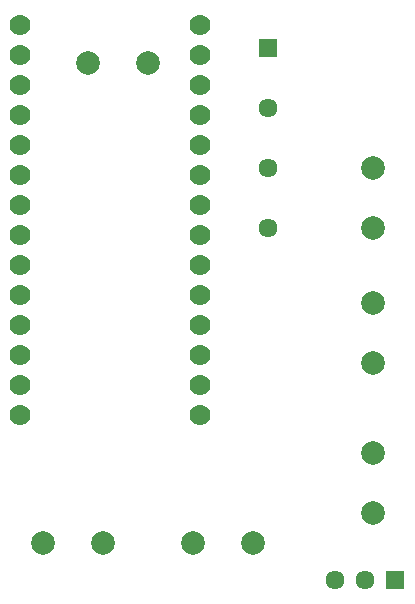
<source format=gbs>
G75*
%MOIN*%
%OFA0B0*%
%FSLAX25Y25*%
%IPPOS*%
%LPD*%
%AMOC8*
5,1,8,0,0,1.08239X$1,22.5*
%
%ADD10C,0.07924*%
%ADD11R,0.06350X0.06350*%
%ADD12C,0.06350*%
%ADD13C,0.07000*%
D10*
X0021000Y0021000D03*
X0041000Y0021000D03*
X0071000Y0021000D03*
X0091000Y0021000D03*
X0131000Y0031000D03*
X0131000Y0051000D03*
X0131000Y0081000D03*
X0131000Y0101000D03*
X0131000Y0126000D03*
X0131000Y0146000D03*
X0056000Y0181000D03*
X0036000Y0181000D03*
D11*
X0096000Y0186000D03*
X0138500Y0008500D03*
D12*
X0128500Y0008500D03*
X0118500Y0008500D03*
X0096000Y0126000D03*
X0096000Y0146000D03*
X0096000Y0166000D03*
D13*
X0073500Y0163500D03*
X0073500Y0153500D03*
X0073500Y0143500D03*
X0073500Y0133500D03*
X0073500Y0123500D03*
X0073500Y0113500D03*
X0073500Y0103500D03*
X0073500Y0093500D03*
X0073500Y0083500D03*
X0073500Y0073500D03*
X0073500Y0063500D03*
X0013500Y0063500D03*
X0013500Y0073500D03*
X0013500Y0083500D03*
X0013500Y0093500D03*
X0013500Y0103500D03*
X0013500Y0113500D03*
X0013500Y0123500D03*
X0013500Y0133500D03*
X0013500Y0143500D03*
X0013500Y0153500D03*
X0013500Y0163500D03*
X0013500Y0173500D03*
X0013500Y0183500D03*
X0013500Y0193500D03*
X0073500Y0193500D03*
X0073500Y0183500D03*
X0073500Y0173500D03*
M02*

</source>
